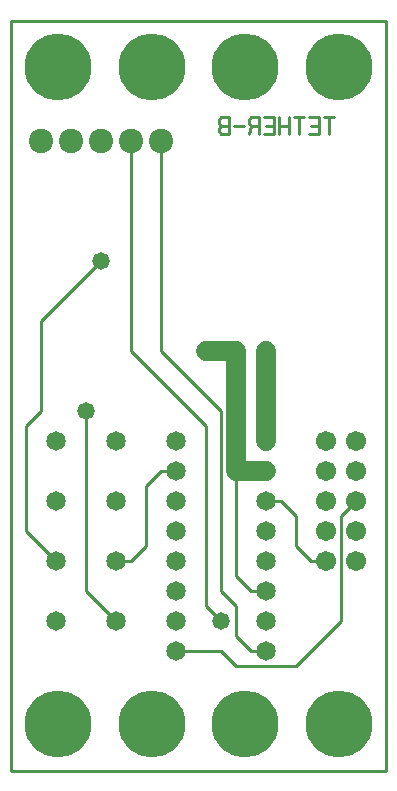
<source format=gbl>
%MOIN*%
%FSLAX25Y25*%
G04 D10 used for Character Trace; *
G04     Circle (OD=.01000) (No hole)*
G04 D11 used for Power Trace; *
G04     Circle (OD=.06700) (No hole)*
G04 D12 used for Signal Trace; *
G04     Circle (OD=.01100) (No hole)*
G04 D13 used for Via; *
G04     Circle (OD=.05800) (Round. Hole ID=.02800)*
G04 D14 used for Component hole; *
G04     Circle (OD=.06500) (Round. Hole ID=.03500)*
G04 D15 used for Component hole; *
G04     Circle (OD=.06700) (Round. Hole ID=.04300)*
G04 D16 used for Component hole; *
G04     Circle (OD=.08100) (Round. Hole ID=.05100)*
G04 D17 used for Component hole; *
G04     Circle (OD=.08900) (Round. Hole ID=.05900)*
G04 D18 used for Component hole; *
G04     Circle (OD=.11300) (Round. Hole ID=.08300)*
G04 D19 used for Component hole; *
G04     Circle (OD=.16000) (Round. Hole ID=.13000)*
G04 D20 used for Component hole; *
G04     Circle (OD=.18300) (Round. Hole ID=.15300)*
G04 D21 used for Component hole; *
G04     Circle (OD=.22291) (Round. Hole ID=.19291)*
%ADD10C,.01000*%
%ADD11C,.06700*%
%ADD12C,.01100*%
%ADD13C,.05800*%
%ADD14C,.06500*%
%ADD15C,.06700*%
%ADD16C,.08100*%
%ADD17C,.08900*%
%ADD18C,.11300*%
%ADD19C,.16000*%
%ADD20C,.18300*%
%ADD21C,.22291*%
%IPPOS*%
%LPD*%
G90*X0Y0D02*D21*X15625Y15625D03*X46875D03*D14*    
X35000Y50000D03*D12*X25000Y60000D01*Y120000D01*   
D13*D03*D14*X35000Y110000D03*X15000D03*D12*       
X5000Y115000D02*X10000Y120000D01*X5000Y80000D02*  
Y115000D01*X15000Y70000D02*X5000Y80000D01*D14*    
X15000Y70000D03*X35000Y90000D03*Y70000D03*D12*    
X40000D01*X45000Y75000D01*Y95000D01*              
X50000Y100000D01*X55000D01*D14*D03*Y110000D03*    
Y90000D03*D12*X65000Y55000D02*Y115000D01*         
X70000Y50000D02*X65000Y55000D01*D13*              
X70000Y50000D03*D12*X80000Y40000D02*              
X75000Y45000D01*X80000Y40000D02*X85000D01*D14*D03*
D12*X75000Y35000D02*X95000D01*X75000D02*          
X70000Y40000D01*X55000D01*D14*D03*Y50000D03*D12*  
X75000Y55000D02*X70000Y60000D01*X75000Y45000D02*  
Y55000D01*D14*X85000Y50000D03*Y60000D03*D12*      
X80000D01*X75000Y65000D01*Y100000D01*D11*         
X85000D01*D14*D03*Y110000D03*D11*Y140000D01*D14*  
D03*D11*X75000Y100000D02*Y140000D01*D14*          
X85000Y90000D03*D12*X90000D01*X95000Y85000D01*    
Y75000D01*X100000Y70000D01*X105000D01*D15*D03*    
X115000Y80000D03*Y70000D03*X105000Y80000D03*D12*  
X110000Y50000D02*Y85000D01*X95000Y35000D02*       
X110000Y50000D01*D21*X78125Y15625D03*X109375D03*  
D12*X70000Y60000D02*Y120000D01*X50000Y140000D01*  
Y210000D01*D16*D03*X40000D03*D12*Y140000D01*      
X65000Y115000D01*D11*Y140000D02*X75000D01*D14*    
X65000D03*D13*X30000Y170000D03*D12*               
X10000Y150000D01*Y120000D01*D14*X15000Y90000D03*  
X55000Y80000D03*Y70000D03*Y60000D03*              
X15000Y50000D03*X85000Y70000D03*Y80000D03*D16*    
X30000Y210000D03*X20000D03*X10000D03*D10*         
X105837Y212129D02*Y217871D01*X107511D02*          
X104163D01*X99163Y212129D02*X102511D01*Y217871D01*
X99163D01*X102511Y215000D02*X100000D01*           
X95837Y212129D02*Y217871D01*X97511D02*X94163D01*  
X92511Y212129D02*Y217871D01*X89163Y212129D02*     
Y217871D01*X92511Y215000D02*X89163D01*            
X84163Y212129D02*X87511D01*Y217871D01*X84163D01*  
X87511Y215000D02*X85000D01*X82511Y212129D02*      
Y217871D01*X80000D01*X79163Y216914D01*Y215957D01* 
X80000Y215000D01*X82511D01*X80000D02*             
X79163Y212129D01*X77511Y215000D02*X74163D01*      
X72511Y212129D02*Y217871D01*X70000D01*            
X69163Y216914D01*Y215957D01*X70000Y215000D01*     
X69163Y214043D01*Y213086D01*X70000Y212129D01*     
X72511D01*Y215000D02*X70000D01*D15*               
X105000Y90000D03*Y100000D03*Y110000D03*D12*       
X110000Y85000D02*X115000Y90000D01*D15*D03*        
Y100000D03*Y110000D03*D12*X0Y0D02*X125000D01*     
X0D02*Y250000D01*X125000D01*Y0D01*D21*            
X109375Y234375D03*X78125D03*X46875D03*X15625D03*  
M02*                                              

</source>
